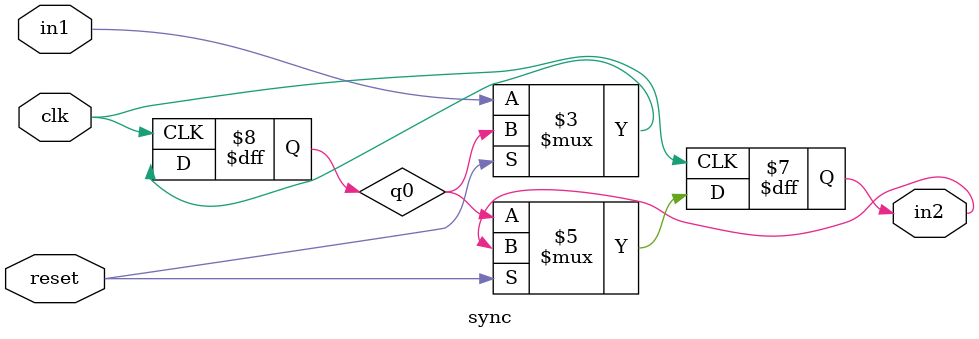
<source format=v>
`timescale 1ns / 1ps

module sync( input clk , in1, reset,  output reg in2   );
reg q0;
always @ ( posedge clk) begin
if (!reset) begin
    q0 <= in1;
    in2 <= q0;
    end
    
    end
endmodule

</source>
